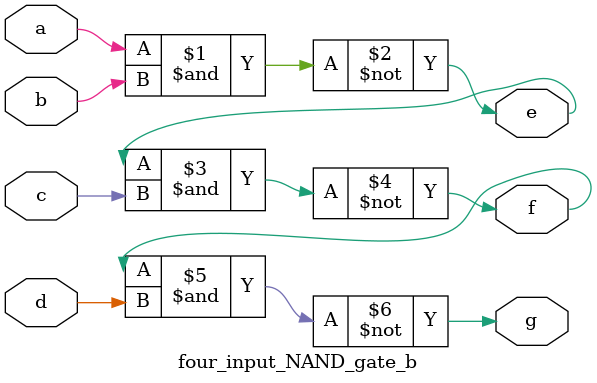
<source format=v>
`timescale 1ns / 1ps

module four_input_NAND_gate_b(
input a,b,c,d,
output e,f,g
    );
   assign e = ~(a & b);
   assign f = ~(e & c);
   assign g = ~(f & d);
endmodule

</source>
